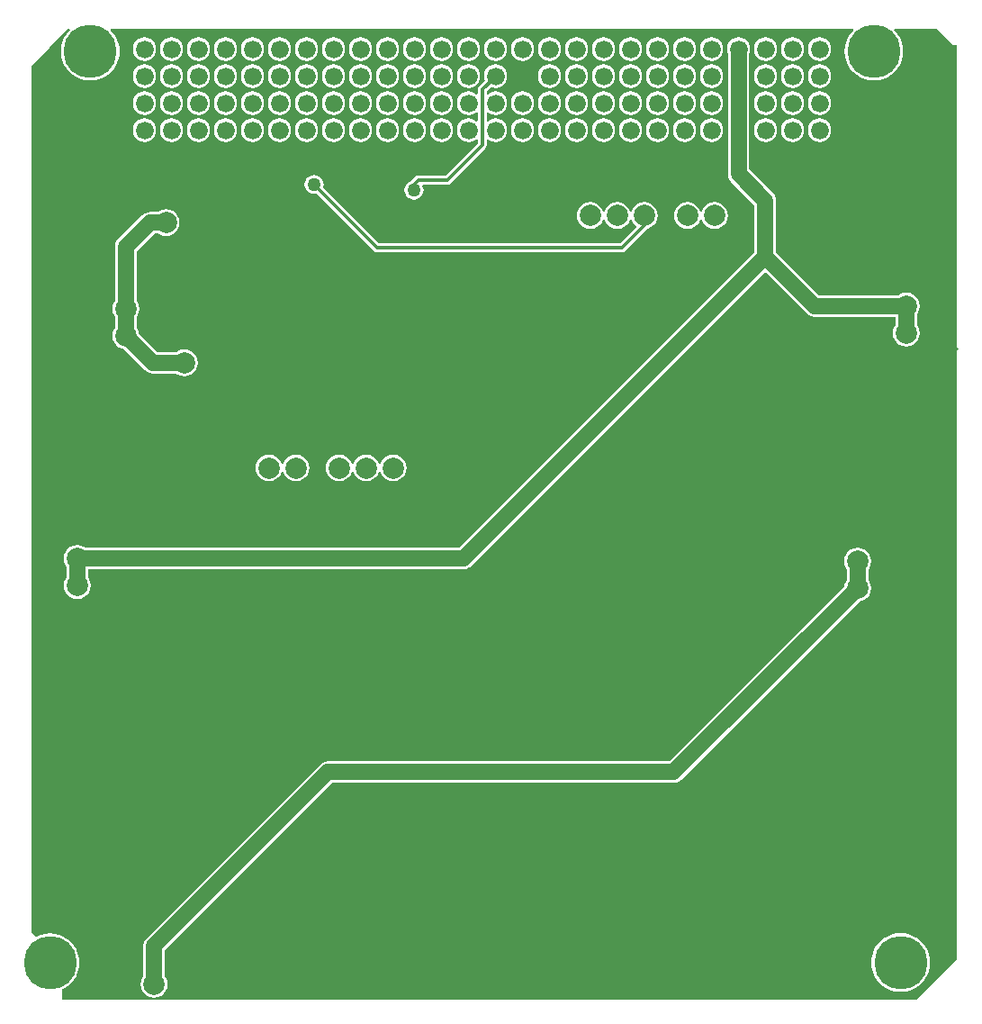
<source format=gbl>
G04 Layer_Physical_Order=2*
G04 Layer_Color=16711680*
%FSLAX42Y42*%
%MOMM*%
G71*
G01*
G75*
%ADD12C,1.50*%
%ADD13C,0.33*%
%ADD16C,2.00*%
%ADD17C,1.68*%
%ADD18C,1.27*%
%ADD19C,5.00*%
G36*
X8849Y9172D02*
X8887D01*
Y6335D01*
X8898Y6325D01*
X8882Y6309D01*
Y577D01*
X8875D01*
X8499Y201D01*
X470D01*
Y298D01*
X478Y302D01*
X515Y324D01*
X548Y353D01*
X576Y386D01*
X599Y422D01*
X615Y463D01*
X625Y505D01*
X629Y548D01*
X625Y591D01*
X615Y633D01*
X599Y673D01*
X576Y710D01*
X548Y743D01*
X515Y771D01*
X478Y794D01*
X438Y811D01*
X396Y821D01*
X353Y824D01*
X309Y821D01*
X267Y811D01*
X227Y794D01*
X224Y792D01*
X180Y836D01*
Y8969D01*
X516Y9329D01*
X538D01*
X542Y9318D01*
X537Y9313D01*
X509Y9280D01*
X486Y9243D01*
X470Y9203D01*
X460Y9161D01*
X456Y9118D01*
X460Y9075D01*
X470Y9033D01*
X486Y8992D01*
X509Y8956D01*
X537Y8923D01*
X570Y8894D01*
X607Y8872D01*
X647Y8855D01*
X689Y8845D01*
X733Y8842D01*
X776Y8845D01*
X818Y8855D01*
X858Y8872D01*
X895Y8894D01*
X928Y8923D01*
X956Y8956D01*
X979Y8992D01*
X995Y9033D01*
X1005Y9075D01*
X1009Y9118D01*
X1005Y9161D01*
X995Y9203D01*
X979Y9243D01*
X956Y9280D01*
X928Y9313D01*
X923Y9318D01*
X927Y9329D01*
X7908D01*
X7912Y9318D01*
X7907Y9313D01*
X7879Y9280D01*
X7856Y9243D01*
X7840Y9203D01*
X7830Y9161D01*
X7826Y9118D01*
X7830Y9075D01*
X7840Y9033D01*
X7856Y8992D01*
X7879Y8956D01*
X7907Y8923D01*
X7940Y8894D01*
X7977Y8872D01*
X8017Y8855D01*
X8059Y8845D01*
X8103Y8842D01*
X8146Y8845D01*
X8188Y8855D01*
X8228Y8872D01*
X8265Y8894D01*
X8298Y8923D01*
X8326Y8956D01*
X8349Y8992D01*
X8365Y9033D01*
X8375Y9075D01*
X8379Y9118D01*
X8375Y9161D01*
X8365Y9203D01*
X8349Y9243D01*
X8326Y9280D01*
X8298Y9313D01*
X8293Y9318D01*
X8297Y9329D01*
X8692D01*
X8849Y9172D01*
D02*
G37*
%LPC*%
G36*
X2004Y8739D02*
X1976Y8735D01*
X1949Y8724D01*
X1926Y8706D01*
X1909Y8683D01*
X1898Y8657D01*
X1894Y8628D01*
X1898Y8600D01*
X1909Y8573D01*
X1926Y8551D01*
X1949Y8533D01*
X1976Y8522D01*
X2004Y8518D01*
X2033Y8522D01*
X2059Y8533D01*
X2082Y8551D01*
X2099Y8573D01*
X2110Y8600D01*
X2114Y8628D01*
X2110Y8657D01*
X2099Y8683D01*
X2082Y8706D01*
X2059Y8724D01*
X2033Y8735D01*
X2004Y8739D01*
D02*
G37*
G36*
X1750D02*
X1722Y8735D01*
X1695Y8724D01*
X1672Y8706D01*
X1655Y8683D01*
X1644Y8657D01*
X1640Y8628D01*
X1644Y8600D01*
X1655Y8573D01*
X1672Y8551D01*
X1695Y8533D01*
X1722Y8522D01*
X1750Y8518D01*
X1779Y8522D01*
X1805Y8533D01*
X1828Y8551D01*
X1845Y8573D01*
X1856Y8600D01*
X1860Y8628D01*
X1856Y8657D01*
X1845Y8683D01*
X1828Y8706D01*
X1805Y8724D01*
X1779Y8735D01*
X1750Y8739D01*
D02*
G37*
G36*
X1496D02*
X1468Y8735D01*
X1441Y8724D01*
X1418Y8706D01*
X1401Y8683D01*
X1390Y8657D01*
X1386Y8628D01*
X1390Y8600D01*
X1401Y8573D01*
X1418Y8551D01*
X1441Y8533D01*
X1468Y8522D01*
X1496Y8518D01*
X1525Y8522D01*
X1551Y8533D01*
X1574Y8551D01*
X1591Y8573D01*
X1602Y8600D01*
X1606Y8628D01*
X1602Y8657D01*
X1591Y8683D01*
X1574Y8706D01*
X1551Y8724D01*
X1525Y8735D01*
X1496Y8739D01*
D02*
G37*
G36*
X2766D02*
X2738Y8735D01*
X2711Y8724D01*
X2688Y8706D01*
X2671Y8683D01*
X2660Y8657D01*
X2656Y8628D01*
X2660Y8600D01*
X2671Y8573D01*
X2688Y8551D01*
X2711Y8533D01*
X2738Y8522D01*
X2766Y8518D01*
X2795Y8522D01*
X2821Y8533D01*
X2844Y8551D01*
X2861Y8573D01*
X2872Y8600D01*
X2876Y8628D01*
X2872Y8657D01*
X2861Y8683D01*
X2844Y8706D01*
X2821Y8724D01*
X2795Y8735D01*
X2766Y8739D01*
D02*
G37*
G36*
X2512D02*
X2484Y8735D01*
X2457Y8724D01*
X2434Y8706D01*
X2417Y8683D01*
X2406Y8657D01*
X2402Y8628D01*
X2406Y8600D01*
X2417Y8573D01*
X2434Y8551D01*
X2457Y8533D01*
X2484Y8522D01*
X2512Y8518D01*
X2541Y8522D01*
X2567Y8533D01*
X2590Y8551D01*
X2607Y8573D01*
X2618Y8600D01*
X2622Y8628D01*
X2618Y8657D01*
X2607Y8683D01*
X2590Y8706D01*
X2567Y8724D01*
X2541Y8735D01*
X2512Y8739D01*
D02*
G37*
G36*
X2258D02*
X2230Y8735D01*
X2203Y8724D01*
X2180Y8706D01*
X2163Y8683D01*
X2152Y8657D01*
X2148Y8628D01*
X2152Y8600D01*
X2163Y8573D01*
X2180Y8551D01*
X2203Y8533D01*
X2230Y8522D01*
X2258Y8518D01*
X2287Y8522D01*
X2313Y8533D01*
X2336Y8551D01*
X2353Y8573D01*
X2364Y8600D01*
X2368Y8628D01*
X2364Y8657D01*
X2353Y8683D01*
X2336Y8706D01*
X2313Y8724D01*
X2287Y8735D01*
X2258Y8739D01*
D02*
G37*
G36*
X7084Y8485D02*
X7056Y8481D01*
X7029Y8470D01*
X7006Y8452D01*
X6989Y8429D01*
X6978Y8403D01*
X6974Y8374D01*
X6978Y8346D01*
X6989Y8319D01*
X7006Y8297D01*
X7029Y8279D01*
X7056Y8268D01*
X7084Y8264D01*
X7113Y8268D01*
X7139Y8279D01*
X7162Y8297D01*
X7179Y8319D01*
X7190Y8346D01*
X7194Y8374D01*
X7190Y8403D01*
X7179Y8429D01*
X7162Y8452D01*
X7139Y8470D01*
X7113Y8481D01*
X7084Y8485D01*
D02*
G37*
G36*
X6576D02*
X6548Y8481D01*
X6521Y8470D01*
X6498Y8452D01*
X6481Y8429D01*
X6470Y8403D01*
X6466Y8374D01*
X6470Y8346D01*
X6481Y8319D01*
X6498Y8297D01*
X6521Y8279D01*
X6548Y8268D01*
X6576Y8264D01*
X6605Y8268D01*
X6631Y8279D01*
X6654Y8297D01*
X6671Y8319D01*
X6682Y8346D01*
X6686Y8374D01*
X6682Y8403D01*
X6671Y8429D01*
X6654Y8452D01*
X6631Y8470D01*
X6605Y8481D01*
X6576Y8485D01*
D02*
G37*
G36*
X6322D02*
X6294Y8481D01*
X6267Y8470D01*
X6244Y8452D01*
X6227Y8429D01*
X6216Y8403D01*
X6212Y8374D01*
X6216Y8346D01*
X6227Y8319D01*
X6244Y8297D01*
X6267Y8279D01*
X6294Y8268D01*
X6322Y8264D01*
X6351Y8268D01*
X6377Y8279D01*
X6400Y8297D01*
X6417Y8319D01*
X6428Y8346D01*
X6432Y8374D01*
X6428Y8403D01*
X6417Y8429D01*
X6400Y8452D01*
X6377Y8470D01*
X6351Y8481D01*
X6322Y8485D01*
D02*
G37*
G36*
X1242Y8739D02*
X1214Y8735D01*
X1187Y8724D01*
X1164Y8706D01*
X1147Y8683D01*
X1136Y8657D01*
X1132Y8628D01*
X1136Y8600D01*
X1147Y8573D01*
X1164Y8551D01*
X1187Y8533D01*
X1214Y8522D01*
X1242Y8518D01*
X1271Y8522D01*
X1297Y8533D01*
X1320Y8551D01*
X1337Y8573D01*
X1348Y8600D01*
X1352Y8628D01*
X1348Y8657D01*
X1337Y8683D01*
X1320Y8706D01*
X1297Y8724D01*
X1271Y8735D01*
X1242Y8739D01*
D02*
G37*
G36*
X7592Y8485D02*
X7564Y8481D01*
X7537Y8470D01*
X7514Y8452D01*
X7497Y8429D01*
X7486Y8403D01*
X7482Y8374D01*
X7486Y8346D01*
X7497Y8319D01*
X7514Y8297D01*
X7537Y8279D01*
X7564Y8268D01*
X7592Y8264D01*
X7621Y8268D01*
X7647Y8279D01*
X7670Y8297D01*
X7687Y8319D01*
X7698Y8346D01*
X7702Y8374D01*
X7698Y8403D01*
X7687Y8429D01*
X7670Y8452D01*
X7647Y8470D01*
X7621Y8481D01*
X7592Y8485D01*
D02*
G37*
G36*
X7338D02*
X7310Y8481D01*
X7283Y8470D01*
X7260Y8452D01*
X7243Y8429D01*
X7232Y8403D01*
X7228Y8374D01*
X7232Y8346D01*
X7243Y8319D01*
X7260Y8297D01*
X7283Y8279D01*
X7310Y8268D01*
X7338Y8264D01*
X7367Y8268D01*
X7393Y8279D01*
X7416Y8297D01*
X7433Y8319D01*
X7444Y8346D01*
X7448Y8374D01*
X7444Y8403D01*
X7433Y8429D01*
X7416Y8452D01*
X7393Y8470D01*
X7367Y8481D01*
X7338Y8485D01*
D02*
G37*
G36*
X3020Y8739D02*
X2992Y8735D01*
X2965Y8724D01*
X2942Y8706D01*
X2925Y8683D01*
X2914Y8657D01*
X2910Y8628D01*
X2914Y8600D01*
X2925Y8573D01*
X2942Y8551D01*
X2965Y8533D01*
X2992Y8522D01*
X3020Y8518D01*
X3049Y8522D01*
X3075Y8533D01*
X3098Y8551D01*
X3115Y8573D01*
X3126Y8600D01*
X3130Y8628D01*
X3126Y8657D01*
X3115Y8683D01*
X3098Y8706D01*
X3075Y8724D01*
X3049Y8735D01*
X3020Y8739D01*
D02*
G37*
G36*
X5814D02*
X5786Y8735D01*
X5759Y8724D01*
X5736Y8706D01*
X5719Y8683D01*
X5708Y8657D01*
X5704Y8628D01*
X5708Y8600D01*
X5719Y8573D01*
X5736Y8551D01*
X5759Y8533D01*
X5786Y8522D01*
X5814Y8518D01*
X5843Y8522D01*
X5869Y8533D01*
X5892Y8551D01*
X5909Y8573D01*
X5920Y8600D01*
X5924Y8628D01*
X5920Y8657D01*
X5909Y8683D01*
X5892Y8706D01*
X5869Y8724D01*
X5843Y8735D01*
X5814Y8739D01*
D02*
G37*
G36*
X5560D02*
X5532Y8735D01*
X5505Y8724D01*
X5482Y8706D01*
X5465Y8683D01*
X5454Y8657D01*
X5450Y8628D01*
X5454Y8600D01*
X5465Y8573D01*
X5482Y8551D01*
X5505Y8533D01*
X5532Y8522D01*
X5560Y8518D01*
X5589Y8522D01*
X5615Y8533D01*
X5638Y8551D01*
X5655Y8573D01*
X5666Y8600D01*
X5670Y8628D01*
X5666Y8657D01*
X5655Y8683D01*
X5638Y8706D01*
X5615Y8724D01*
X5589Y8735D01*
X5560Y8739D01*
D02*
G37*
G36*
X5306D02*
X5278Y8735D01*
X5251Y8724D01*
X5228Y8706D01*
X5211Y8683D01*
X5200Y8657D01*
X5196Y8628D01*
X5200Y8600D01*
X5211Y8573D01*
X5228Y8551D01*
X5251Y8533D01*
X5278Y8522D01*
X5306Y8518D01*
X5335Y8522D01*
X5361Y8533D01*
X5384Y8551D01*
X5401Y8573D01*
X5412Y8600D01*
X5416Y8628D01*
X5412Y8657D01*
X5401Y8683D01*
X5384Y8706D01*
X5361Y8724D01*
X5335Y8735D01*
X5306Y8739D01*
D02*
G37*
G36*
X6576D02*
X6548Y8735D01*
X6521Y8724D01*
X6498Y8706D01*
X6481Y8683D01*
X6470Y8657D01*
X6466Y8628D01*
X6470Y8600D01*
X6481Y8573D01*
X6498Y8551D01*
X6521Y8533D01*
X6548Y8522D01*
X6576Y8518D01*
X6605Y8522D01*
X6631Y8533D01*
X6654Y8551D01*
X6671Y8573D01*
X6682Y8600D01*
X6686Y8628D01*
X6682Y8657D01*
X6671Y8683D01*
X6654Y8706D01*
X6631Y8724D01*
X6605Y8735D01*
X6576Y8739D01*
D02*
G37*
G36*
X6322D02*
X6294Y8735D01*
X6267Y8724D01*
X6244Y8706D01*
X6227Y8683D01*
X6216Y8657D01*
X6212Y8628D01*
X6216Y8600D01*
X6227Y8573D01*
X6244Y8551D01*
X6267Y8533D01*
X6294Y8522D01*
X6322Y8518D01*
X6351Y8522D01*
X6377Y8533D01*
X6400Y8551D01*
X6417Y8573D01*
X6428Y8600D01*
X6432Y8628D01*
X6428Y8657D01*
X6417Y8683D01*
X6400Y8706D01*
X6377Y8724D01*
X6351Y8735D01*
X6322Y8739D01*
D02*
G37*
G36*
X6068D02*
X6040Y8735D01*
X6013Y8724D01*
X5990Y8706D01*
X5973Y8683D01*
X5962Y8657D01*
X5958Y8628D01*
X5962Y8600D01*
X5973Y8573D01*
X5990Y8551D01*
X6013Y8533D01*
X6040Y8522D01*
X6068Y8518D01*
X6097Y8522D01*
X6123Y8533D01*
X6146Y8551D01*
X6163Y8573D01*
X6174Y8600D01*
X6178Y8628D01*
X6174Y8657D01*
X6163Y8683D01*
X6146Y8706D01*
X6123Y8724D01*
X6097Y8735D01*
X6068Y8739D01*
D02*
G37*
G36*
X3782D02*
X3754Y8735D01*
X3727Y8724D01*
X3704Y8706D01*
X3687Y8683D01*
X3676Y8657D01*
X3672Y8628D01*
X3676Y8600D01*
X3687Y8573D01*
X3704Y8551D01*
X3727Y8533D01*
X3754Y8522D01*
X3782Y8518D01*
X3811Y8522D01*
X3837Y8533D01*
X3860Y8551D01*
X3877Y8573D01*
X3888Y8600D01*
X3892Y8628D01*
X3888Y8657D01*
X3877Y8683D01*
X3860Y8706D01*
X3837Y8724D01*
X3811Y8735D01*
X3782Y8739D01*
D02*
G37*
G36*
X3528D02*
X3500Y8735D01*
X3473Y8724D01*
X3450Y8706D01*
X3433Y8683D01*
X3422Y8657D01*
X3418Y8628D01*
X3422Y8600D01*
X3433Y8573D01*
X3450Y8551D01*
X3473Y8533D01*
X3500Y8522D01*
X3528Y8518D01*
X3557Y8522D01*
X3583Y8533D01*
X3606Y8551D01*
X3623Y8573D01*
X3634Y8600D01*
X3638Y8628D01*
X3634Y8657D01*
X3623Y8683D01*
X3606Y8706D01*
X3583Y8724D01*
X3557Y8735D01*
X3528Y8739D01*
D02*
G37*
G36*
X3274D02*
X3246Y8735D01*
X3219Y8724D01*
X3196Y8706D01*
X3179Y8683D01*
X3168Y8657D01*
X3164Y8628D01*
X3168Y8600D01*
X3179Y8573D01*
X3196Y8551D01*
X3219Y8533D01*
X3246Y8522D01*
X3274Y8518D01*
X3303Y8522D01*
X3329Y8533D01*
X3352Y8551D01*
X3369Y8573D01*
X3380Y8600D01*
X3384Y8628D01*
X3380Y8657D01*
X3369Y8683D01*
X3352Y8706D01*
X3329Y8724D01*
X3303Y8735D01*
X3274Y8739D01*
D02*
G37*
G36*
X5052D02*
X5024Y8735D01*
X4997Y8724D01*
X4974Y8706D01*
X4957Y8683D01*
X4946Y8657D01*
X4942Y8628D01*
X4946Y8600D01*
X4957Y8573D01*
X4974Y8551D01*
X4997Y8533D01*
X5024Y8522D01*
X5052Y8518D01*
X5081Y8522D01*
X5107Y8533D01*
X5130Y8551D01*
X5147Y8573D01*
X5158Y8600D01*
X5162Y8628D01*
X5158Y8657D01*
X5147Y8683D01*
X5130Y8706D01*
X5107Y8724D01*
X5081Y8735D01*
X5052Y8739D01*
D02*
G37*
G36*
X4798D02*
X4770Y8735D01*
X4743Y8724D01*
X4720Y8706D01*
X4703Y8683D01*
X4692Y8657D01*
X4688Y8628D01*
X4692Y8600D01*
X4703Y8573D01*
X4720Y8551D01*
X4743Y8533D01*
X4770Y8522D01*
X4798Y8518D01*
X4827Y8522D01*
X4853Y8533D01*
X4876Y8551D01*
X4893Y8573D01*
X4904Y8600D01*
X4908Y8628D01*
X4904Y8657D01*
X4893Y8683D01*
X4876Y8706D01*
X4853Y8724D01*
X4827Y8735D01*
X4798Y8739D01*
D02*
G37*
G36*
X4036D02*
X4008Y8735D01*
X3981Y8724D01*
X3958Y8706D01*
X3941Y8683D01*
X3930Y8657D01*
X3926Y8628D01*
X3930Y8600D01*
X3941Y8573D01*
X3958Y8551D01*
X3981Y8533D01*
X4008Y8522D01*
X4036Y8518D01*
X4065Y8522D01*
X4091Y8533D01*
X4114Y8551D01*
X4131Y8573D01*
X4142Y8600D01*
X4146Y8628D01*
X4142Y8657D01*
X4131Y8683D01*
X4114Y8706D01*
X4091Y8724D01*
X4065Y8735D01*
X4036Y8739D01*
D02*
G37*
G36*
X6068Y8485D02*
X6040Y8481D01*
X6013Y8470D01*
X5990Y8452D01*
X5973Y8429D01*
X5962Y8403D01*
X5958Y8374D01*
X5962Y8346D01*
X5973Y8319D01*
X5990Y8297D01*
X6013Y8279D01*
X6040Y8268D01*
X6068Y8264D01*
X6097Y8268D01*
X6123Y8279D01*
X6146Y8297D01*
X6163Y8319D01*
X6174Y8346D01*
X6178Y8374D01*
X6174Y8403D01*
X6163Y8429D01*
X6146Y8452D01*
X6123Y8470D01*
X6097Y8481D01*
X6068Y8485D01*
D02*
G37*
G36*
X1496D02*
X1468Y8481D01*
X1441Y8470D01*
X1418Y8452D01*
X1401Y8429D01*
X1390Y8403D01*
X1386Y8374D01*
X1390Y8346D01*
X1401Y8319D01*
X1418Y8297D01*
X1441Y8279D01*
X1468Y8268D01*
X1496Y8264D01*
X1525Y8268D01*
X1551Y8279D01*
X1574Y8297D01*
X1591Y8319D01*
X1602Y8346D01*
X1606Y8374D01*
X1602Y8403D01*
X1591Y8429D01*
X1574Y8452D01*
X1551Y8470D01*
X1525Y8481D01*
X1496Y8485D01*
D02*
G37*
G36*
X1242D02*
X1214Y8481D01*
X1187Y8470D01*
X1164Y8452D01*
X1147Y8429D01*
X1136Y8403D01*
X1132Y8374D01*
X1136Y8346D01*
X1147Y8319D01*
X1164Y8297D01*
X1187Y8279D01*
X1214Y8268D01*
X1242Y8264D01*
X1271Y8268D01*
X1297Y8279D01*
X1320Y8297D01*
X1337Y8319D01*
X1348Y8346D01*
X1352Y8374D01*
X1348Y8403D01*
X1337Y8429D01*
X1320Y8452D01*
X1297Y8470D01*
X1271Y8481D01*
X1242Y8485D01*
D02*
G37*
G36*
X6604Y7698D02*
X6571Y7694D01*
X6541Y7681D01*
X6515Y7661D01*
X6494Y7635D01*
X6484Y7609D01*
X6470D01*
X6460Y7635D01*
X6439Y7661D01*
X6413Y7681D01*
X6383Y7694D01*
X6350Y7698D01*
X6317Y7694D01*
X6287Y7681D01*
X6261Y7661D01*
X6240Y7635D01*
X6228Y7604D01*
X6224Y7572D01*
X6228Y7539D01*
X6240Y7508D01*
X6261Y7482D01*
X6287Y7462D01*
X6317Y7450D01*
X6350Y7445D01*
X6383Y7450D01*
X6413Y7462D01*
X6439Y7482D01*
X6460Y7508D01*
X6470Y7534D01*
X6484D01*
X6494Y7508D01*
X6515Y7482D01*
X6541Y7462D01*
X6571Y7450D01*
X6604Y7445D01*
X6637Y7450D01*
X6667Y7462D01*
X6693Y7482D01*
X6714Y7508D01*
X6726Y7539D01*
X6730Y7572D01*
X6726Y7604D01*
X6714Y7635D01*
X6693Y7661D01*
X6667Y7681D01*
X6637Y7694D01*
X6604Y7698D01*
D02*
G37*
G36*
X2258Y8485D02*
X2230Y8481D01*
X2203Y8470D01*
X2180Y8452D01*
X2163Y8429D01*
X2152Y8403D01*
X2148Y8374D01*
X2152Y8346D01*
X2163Y8319D01*
X2180Y8297D01*
X2203Y8279D01*
X2230Y8268D01*
X2258Y8264D01*
X2287Y8268D01*
X2313Y8279D01*
X2336Y8297D01*
X2353Y8319D01*
X2364Y8346D01*
X2368Y8374D01*
X2364Y8403D01*
X2353Y8429D01*
X2336Y8452D01*
X2313Y8470D01*
X2287Y8481D01*
X2258Y8485D01*
D02*
G37*
G36*
X2004D02*
X1976Y8481D01*
X1949Y8470D01*
X1926Y8452D01*
X1909Y8429D01*
X1898Y8403D01*
X1894Y8374D01*
X1898Y8346D01*
X1909Y8319D01*
X1926Y8297D01*
X1949Y8279D01*
X1976Y8268D01*
X2004Y8264D01*
X2033Y8268D01*
X2059Y8279D01*
X2082Y8297D01*
X2099Y8319D01*
X2110Y8346D01*
X2114Y8374D01*
X2110Y8403D01*
X2099Y8429D01*
X2082Y8452D01*
X2059Y8470D01*
X2033Y8481D01*
X2004Y8485D01*
D02*
G37*
G36*
X1750D02*
X1722Y8481D01*
X1695Y8470D01*
X1672Y8452D01*
X1655Y8429D01*
X1644Y8403D01*
X1640Y8374D01*
X1644Y8346D01*
X1655Y8319D01*
X1672Y8297D01*
X1695Y8279D01*
X1722Y8268D01*
X1750Y8264D01*
X1779Y8268D01*
X1805Y8279D01*
X1828Y8297D01*
X1845Y8319D01*
X1856Y8346D01*
X1860Y8374D01*
X1856Y8403D01*
X1845Y8429D01*
X1828Y8452D01*
X1805Y8470D01*
X1779Y8481D01*
X1750Y8485D01*
D02*
G37*
G36*
X3581Y5326D02*
X3549Y5322D01*
X3518Y5309D01*
X3492Y5289D01*
X3472Y5263D01*
X3461Y5237D01*
X3448D01*
X3437Y5263D01*
X3417Y5289D01*
X3391Y5309D01*
X3360Y5322D01*
X3327Y5326D01*
X3295Y5322D01*
X3264Y5309D01*
X3238Y5289D01*
X3218Y5263D01*
X3207Y5237D01*
X3194D01*
X3183Y5263D01*
X3163Y5289D01*
X3137Y5309D01*
X3106Y5322D01*
X3073Y5326D01*
X3041Y5322D01*
X3010Y5309D01*
X2984Y5289D01*
X2964Y5263D01*
X2951Y5232D01*
X2947Y5199D01*
X2951Y5167D01*
X2964Y5136D01*
X2984Y5110D01*
X3010Y5090D01*
X3041Y5077D01*
X3073Y5073D01*
X3106Y5077D01*
X3137Y5090D01*
X3163Y5110D01*
X3183Y5136D01*
X3194Y5162D01*
X3207D01*
X3218Y5136D01*
X3238Y5110D01*
X3264Y5090D01*
X3295Y5077D01*
X3327Y5073D01*
X3360Y5077D01*
X3391Y5090D01*
X3417Y5110D01*
X3437Y5136D01*
X3448Y5162D01*
X3461D01*
X3472Y5136D01*
X3492Y5110D01*
X3518Y5090D01*
X3549Y5077D01*
X3581Y5073D01*
X3614Y5077D01*
X3645Y5090D01*
X3671Y5110D01*
X3691Y5136D01*
X3704Y5167D01*
X3708Y5199D01*
X3704Y5232D01*
X3691Y5263D01*
X3671Y5289D01*
X3645Y5309D01*
X3614Y5322D01*
X3581Y5326D01*
D02*
G37*
G36*
X2667D02*
X2634Y5322D01*
X2604Y5309D01*
X2578Y5289D01*
X2557Y5263D01*
X2547Y5237D01*
X2533D01*
X2523Y5263D01*
X2502Y5289D01*
X2476Y5309D01*
X2446Y5322D01*
X2413Y5326D01*
X2380Y5322D01*
X2350Y5309D01*
X2324Y5289D01*
X2303Y5263D01*
X2291Y5232D01*
X2287Y5199D01*
X2291Y5167D01*
X2303Y5136D01*
X2324Y5110D01*
X2350Y5090D01*
X2380Y5077D01*
X2413Y5073D01*
X2446Y5077D01*
X2476Y5090D01*
X2502Y5110D01*
X2523Y5136D01*
X2533Y5162D01*
X2547D01*
X2557Y5136D01*
X2578Y5110D01*
X2604Y5090D01*
X2634Y5077D01*
X2667Y5073D01*
X2700Y5077D01*
X2730Y5090D01*
X2756Y5110D01*
X2777Y5136D01*
X2789Y5167D01*
X2793Y5199D01*
X2789Y5232D01*
X2777Y5263D01*
X2756Y5289D01*
X2730Y5309D01*
X2700Y5322D01*
X2667Y5326D01*
D02*
G37*
G36*
X7950Y4450D02*
X7917Y4445D01*
X7887Y4433D01*
X7861Y4413D01*
X7841Y4386D01*
X7828Y4356D01*
X7824Y4323D01*
X7828Y4290D01*
X7841Y4260D01*
X7849Y4249D01*
Y4143D01*
X7841Y4132D01*
X7828Y4102D01*
X7826Y4088D01*
X6179Y2441D01*
X2964D01*
X2964Y2441D01*
X2938Y2437D01*
X2914Y2427D01*
X2893Y2411D01*
X1262Y780D01*
X1246Y759D01*
X1236Y735D01*
X1232Y709D01*
X1232Y709D01*
Y419D01*
X1224Y409D01*
X1211Y378D01*
X1207Y345D01*
X1211Y313D01*
X1224Y282D01*
X1244Y256D01*
X1270Y236D01*
X1301Y223D01*
X1334Y219D01*
X1366Y223D01*
X1397Y236D01*
X1423Y256D01*
X1443Y282D01*
X1456Y313D01*
X1460Y345D01*
X1456Y378D01*
X1443Y409D01*
X1435Y419D01*
Y667D01*
X3006Y2238D01*
X6220D01*
X6220Y2238D01*
X6247Y2242D01*
X6271Y2252D01*
X6292Y2268D01*
X7969Y3945D01*
X7983Y3947D01*
X8013Y3960D01*
X8040Y3980D01*
X8060Y4006D01*
X8072Y4036D01*
X8077Y4069D01*
X8072Y4102D01*
X8060Y4132D01*
X8051Y4143D01*
Y4249D01*
X8060Y4260D01*
X8072Y4290D01*
X8077Y4323D01*
X8072Y4356D01*
X8060Y4386D01*
X8040Y4413D01*
X8013Y4433D01*
X7983Y4445D01*
X7950Y4450D01*
D02*
G37*
G36*
X1446Y7633D02*
X1413Y7629D01*
X1382Y7616D01*
X1372Y7608D01*
X1294D01*
X1294Y7608D01*
X1268Y7604D01*
X1243Y7594D01*
X1222Y7578D01*
X995Y7351D01*
X979Y7330D01*
X969Y7306D01*
X966Y7280D01*
X966Y7280D01*
Y6769D01*
X957Y6759D01*
X945Y6728D01*
X940Y6695D01*
X945Y6663D01*
X957Y6632D01*
X966Y6621D01*
Y6515D01*
X957Y6505D01*
X945Y6474D01*
X940Y6441D01*
X945Y6409D01*
X957Y6378D01*
X977Y6352D01*
X1004Y6332D01*
X1034Y6319D01*
X1048Y6317D01*
X1249Y6116D01*
X1249Y6116D01*
X1270Y6100D01*
X1295Y6090D01*
X1321Y6086D01*
X1321Y6086D01*
X1541D01*
X1552Y6078D01*
X1583Y6065D01*
X1615Y6061D01*
X1648Y6065D01*
X1679Y6078D01*
X1705Y6098D01*
X1725Y6124D01*
X1738Y6155D01*
X1742Y6187D01*
X1738Y6220D01*
X1725Y6251D01*
X1705Y6277D01*
X1679Y6297D01*
X1648Y6310D01*
X1615Y6314D01*
X1583Y6310D01*
X1552Y6297D01*
X1541Y6289D01*
X1363D01*
X1191Y6461D01*
X1189Y6474D01*
X1176Y6505D01*
X1168Y6515D01*
Y6621D01*
X1176Y6632D01*
X1189Y6663D01*
X1193Y6695D01*
X1189Y6728D01*
X1176Y6759D01*
X1168Y6769D01*
Y7238D01*
X1336Y7405D01*
X1372D01*
X1382Y7397D01*
X1413Y7384D01*
X1446Y7380D01*
X1478Y7384D01*
X1509Y7397D01*
X1535Y7417D01*
X1555Y7443D01*
X1568Y7474D01*
X1572Y7507D01*
X1568Y7539D01*
X1555Y7570D01*
X1535Y7596D01*
X1509Y7616D01*
X1478Y7629D01*
X1446Y7633D01*
D02*
G37*
G36*
X2837Y7954D02*
X2814Y7950D01*
X2792Y7941D01*
X2774Y7927D01*
X2760Y7909D01*
X2751Y7887D01*
X2748Y7864D01*
X2751Y7841D01*
X2760Y7819D01*
X2774Y7800D01*
X2792Y7786D01*
X2814Y7777D01*
X2837Y7774D01*
X2860Y7777D01*
X2862Y7778D01*
X3401Y7239D01*
X3415Y7230D01*
X3432Y7227D01*
X3432Y7227D01*
X5735D01*
X5752Y7230D01*
X5766Y7239D01*
X5974Y7448D01*
X5975Y7449D01*
X5976Y7450D01*
X6007Y7462D01*
X6033Y7482D01*
X6053Y7508D01*
X6066Y7539D01*
X6070Y7572D01*
X6066Y7604D01*
X6053Y7635D01*
X6033Y7661D01*
X6007Y7681D01*
X5976Y7694D01*
X5944Y7698D01*
X5911Y7694D01*
X5880Y7681D01*
X5854Y7661D01*
X5834Y7635D01*
X5823Y7609D01*
X5810D01*
X5799Y7635D01*
X5779Y7661D01*
X5753Y7681D01*
X5722Y7694D01*
X5690Y7698D01*
X5657Y7694D01*
X5626Y7681D01*
X5600Y7661D01*
X5580Y7635D01*
X5569Y7609D01*
X5556D01*
X5545Y7635D01*
X5525Y7661D01*
X5499Y7681D01*
X5468Y7694D01*
X5436Y7698D01*
X5403Y7694D01*
X5372Y7681D01*
X5346Y7661D01*
X5326Y7635D01*
X5313Y7604D01*
X5309Y7572D01*
X5313Y7539D01*
X5326Y7508D01*
X5346Y7482D01*
X5372Y7462D01*
X5403Y7450D01*
X5436Y7445D01*
X5468Y7450D01*
X5499Y7462D01*
X5525Y7482D01*
X5545Y7508D01*
X5556Y7534D01*
X5569D01*
X5580Y7508D01*
X5600Y7482D01*
X5626Y7462D01*
X5657Y7450D01*
X5690Y7445D01*
X5722Y7450D01*
X5753Y7462D01*
X5779Y7482D01*
X5799Y7508D01*
X5810Y7534D01*
X5823D01*
X5834Y7508D01*
X5854Y7482D01*
X5866Y7474D01*
X5866Y7461D01*
X5718Y7312D01*
X3449D01*
X2923Y7839D01*
X2924Y7841D01*
X2927Y7864D01*
X2924Y7887D01*
X2915Y7909D01*
X2901Y7927D01*
X2882Y7941D01*
X2860Y7950D01*
X2837Y7954D01*
D02*
G37*
G36*
X6830Y9247D02*
X6802Y9243D01*
X6775Y9232D01*
X6752Y9214D01*
X6735Y9191D01*
X6724Y9165D01*
X6720Y9136D01*
X6724Y9108D01*
X6729Y9096D01*
Y7963D01*
X6729Y7963D01*
X6732Y7937D01*
X6742Y7912D01*
X6758Y7891D01*
X6980Y7669D01*
Y7228D01*
X4202Y4450D01*
X684D01*
X673Y4458D01*
X642Y4471D01*
X610Y4475D01*
X577Y4471D01*
X546Y4458D01*
X520Y4438D01*
X500Y4412D01*
X487Y4381D01*
X483Y4348D01*
X487Y4316D01*
X500Y4285D01*
X508Y4274D01*
Y4168D01*
X500Y4158D01*
X487Y4127D01*
X483Y4094D01*
X487Y4062D01*
X500Y4031D01*
X520Y4005D01*
X546Y3985D01*
X577Y3972D01*
X610Y3968D01*
X642Y3972D01*
X673Y3985D01*
X699Y4005D01*
X719Y4031D01*
X732Y4062D01*
X736Y4094D01*
X732Y4127D01*
X719Y4158D01*
X711Y4168D01*
Y4247D01*
X4244D01*
X4244Y4247D01*
X4271Y4251D01*
X4295Y4261D01*
X4316Y4277D01*
X7082Y7042D01*
X7475Y6649D01*
X7475Y6649D01*
X7496Y6633D01*
X7520Y6623D01*
X7546Y6620D01*
X7546Y6620D01*
X8306D01*
Y6541D01*
X8298Y6530D01*
X8285Y6500D01*
X8281Y6467D01*
X8285Y6434D01*
X8298Y6404D01*
X8318Y6377D01*
X8344Y6357D01*
X8375Y6345D01*
X8407Y6340D01*
X8440Y6345D01*
X8471Y6357D01*
X8497Y6377D01*
X8517Y6404D01*
X8530Y6434D01*
X8534Y6467D01*
X8530Y6500D01*
X8517Y6530D01*
X8509Y6541D01*
Y6647D01*
X8517Y6658D01*
X8530Y6688D01*
X8534Y6721D01*
X8530Y6754D01*
X8517Y6784D01*
X8497Y6810D01*
X8471Y6830D01*
X8440Y6843D01*
X8407Y6847D01*
X8375Y6843D01*
X8344Y6830D01*
X8333Y6822D01*
X7588D01*
X7183Y7228D01*
Y7711D01*
X7179Y7738D01*
X7169Y7762D01*
X7153Y7783D01*
X7153Y7783D01*
X6931Y8005D01*
Y9096D01*
X6936Y9108D01*
X6940Y9136D01*
X6936Y9165D01*
X6925Y9191D01*
X6908Y9214D01*
X6885Y9232D01*
X6859Y9243D01*
X6830Y9247D01*
D02*
G37*
G36*
X2512Y8485D02*
X2484Y8481D01*
X2457Y8470D01*
X2434Y8452D01*
X2417Y8429D01*
X2406Y8403D01*
X2402Y8374D01*
X2406Y8346D01*
X2417Y8319D01*
X2434Y8297D01*
X2457Y8279D01*
X2484Y8268D01*
X2512Y8264D01*
X2541Y8268D01*
X2567Y8279D01*
X2590Y8297D01*
X2607Y8319D01*
X2618Y8346D01*
X2622Y8374D01*
X2618Y8403D01*
X2607Y8429D01*
X2590Y8452D01*
X2567Y8470D01*
X2541Y8481D01*
X2512Y8485D01*
D02*
G37*
G36*
X5306D02*
X5278Y8481D01*
X5251Y8470D01*
X5228Y8452D01*
X5211Y8429D01*
X5200Y8403D01*
X5196Y8374D01*
X5200Y8346D01*
X5211Y8319D01*
X5228Y8297D01*
X5251Y8279D01*
X5278Y8268D01*
X5306Y8264D01*
X5335Y8268D01*
X5361Y8279D01*
X5384Y8297D01*
X5401Y8319D01*
X5412Y8346D01*
X5416Y8374D01*
X5412Y8403D01*
X5401Y8429D01*
X5384Y8452D01*
X5361Y8470D01*
X5335Y8481D01*
X5306Y8485D01*
D02*
G37*
G36*
X5052D02*
X5024Y8481D01*
X4997Y8470D01*
X4974Y8452D01*
X4957Y8429D01*
X4946Y8403D01*
X4942Y8374D01*
X4946Y8346D01*
X4957Y8319D01*
X4974Y8297D01*
X4997Y8279D01*
X5024Y8268D01*
X5052Y8264D01*
X5081Y8268D01*
X5107Y8279D01*
X5130Y8297D01*
X5147Y8319D01*
X5158Y8346D01*
X5162Y8374D01*
X5158Y8403D01*
X5147Y8429D01*
X5130Y8452D01*
X5107Y8470D01*
X5081Y8481D01*
X5052Y8485D01*
D02*
G37*
G36*
X4798D02*
X4770Y8481D01*
X4743Y8470D01*
X4720Y8452D01*
X4703Y8429D01*
X4692Y8403D01*
X4688Y8374D01*
X4692Y8346D01*
X4703Y8319D01*
X4720Y8297D01*
X4743Y8279D01*
X4770Y8268D01*
X4798Y8264D01*
X4827Y8268D01*
X4853Y8279D01*
X4876Y8297D01*
X4893Y8319D01*
X4904Y8346D01*
X4908Y8374D01*
X4904Y8403D01*
X4893Y8429D01*
X4876Y8452D01*
X4853Y8470D01*
X4827Y8481D01*
X4798Y8485D01*
D02*
G37*
G36*
X8355Y827D02*
X8311Y823D01*
X8269Y813D01*
X8229Y797D01*
X8192Y774D01*
X8159Y746D01*
X8131Y713D01*
X8108Y676D01*
X8092Y636D01*
X8082Y594D01*
X8078Y550D01*
X8082Y507D01*
X8092Y465D01*
X8108Y425D01*
X8131Y388D01*
X8159Y355D01*
X8192Y327D01*
X8229Y304D01*
X8269Y288D01*
X8311Y278D01*
X8355Y274D01*
X8398Y278D01*
X8440Y288D01*
X8480Y304D01*
X8517Y327D01*
X8550Y355D01*
X8578Y388D01*
X8601Y425D01*
X8617Y465D01*
X8627Y507D01*
X8631Y550D01*
X8627Y594D01*
X8617Y636D01*
X8601Y676D01*
X8578Y713D01*
X8550Y746D01*
X8517Y774D01*
X8480Y797D01*
X8440Y813D01*
X8398Y823D01*
X8355Y827D01*
D02*
G37*
G36*
X5814Y8485D02*
X5786Y8481D01*
X5759Y8470D01*
X5736Y8452D01*
X5719Y8429D01*
X5708Y8403D01*
X5704Y8374D01*
X5708Y8346D01*
X5719Y8319D01*
X5736Y8297D01*
X5759Y8279D01*
X5786Y8268D01*
X5814Y8264D01*
X5843Y8268D01*
X5869Y8279D01*
X5892Y8297D01*
X5909Y8319D01*
X5920Y8346D01*
X5924Y8374D01*
X5920Y8403D01*
X5909Y8429D01*
X5892Y8452D01*
X5869Y8470D01*
X5843Y8481D01*
X5814Y8485D01*
D02*
G37*
G36*
X5560D02*
X5532Y8481D01*
X5505Y8470D01*
X5482Y8452D01*
X5465Y8429D01*
X5454Y8403D01*
X5450Y8374D01*
X5454Y8346D01*
X5465Y8319D01*
X5482Y8297D01*
X5505Y8279D01*
X5532Y8268D01*
X5560Y8264D01*
X5589Y8268D01*
X5615Y8279D01*
X5638Y8297D01*
X5655Y8319D01*
X5666Y8346D01*
X5670Y8374D01*
X5666Y8403D01*
X5655Y8429D01*
X5638Y8452D01*
X5615Y8470D01*
X5589Y8481D01*
X5560Y8485D01*
D02*
G37*
G36*
X3274D02*
X3246Y8481D01*
X3219Y8470D01*
X3196Y8452D01*
X3179Y8429D01*
X3168Y8403D01*
X3164Y8374D01*
X3168Y8346D01*
X3179Y8319D01*
X3196Y8297D01*
X3219Y8279D01*
X3246Y8268D01*
X3274Y8264D01*
X3303Y8268D01*
X3329Y8279D01*
X3352Y8297D01*
X3369Y8319D01*
X3380Y8346D01*
X3384Y8374D01*
X3380Y8403D01*
X3369Y8429D01*
X3352Y8452D01*
X3329Y8470D01*
X3303Y8481D01*
X3274Y8485D01*
D02*
G37*
G36*
X3020D02*
X2992Y8481D01*
X2965Y8470D01*
X2942Y8452D01*
X2925Y8429D01*
X2914Y8403D01*
X2910Y8374D01*
X2914Y8346D01*
X2925Y8319D01*
X2942Y8297D01*
X2965Y8279D01*
X2992Y8268D01*
X3020Y8264D01*
X3049Y8268D01*
X3075Y8279D01*
X3098Y8297D01*
X3115Y8319D01*
X3126Y8346D01*
X3130Y8374D01*
X3126Y8403D01*
X3115Y8429D01*
X3098Y8452D01*
X3075Y8470D01*
X3049Y8481D01*
X3020Y8485D01*
D02*
G37*
G36*
X2766D02*
X2738Y8481D01*
X2711Y8470D01*
X2688Y8452D01*
X2671Y8429D01*
X2660Y8403D01*
X2656Y8374D01*
X2660Y8346D01*
X2671Y8319D01*
X2688Y8297D01*
X2711Y8279D01*
X2738Y8268D01*
X2766Y8264D01*
X2795Y8268D01*
X2821Y8279D01*
X2844Y8297D01*
X2861Y8319D01*
X2872Y8346D01*
X2876Y8374D01*
X2872Y8403D01*
X2861Y8429D01*
X2844Y8452D01*
X2821Y8470D01*
X2795Y8481D01*
X2766Y8485D01*
D02*
G37*
G36*
X4036D02*
X4008Y8481D01*
X3981Y8470D01*
X3958Y8452D01*
X3941Y8429D01*
X3930Y8403D01*
X3926Y8374D01*
X3930Y8346D01*
X3941Y8319D01*
X3958Y8297D01*
X3981Y8279D01*
X4008Y8268D01*
X4036Y8264D01*
X4065Y8268D01*
X4091Y8279D01*
X4114Y8297D01*
X4131Y8319D01*
X4142Y8346D01*
X4146Y8374D01*
X4142Y8403D01*
X4131Y8429D01*
X4114Y8452D01*
X4091Y8470D01*
X4065Y8481D01*
X4036Y8485D01*
D02*
G37*
G36*
X3782D02*
X3754Y8481D01*
X3727Y8470D01*
X3704Y8452D01*
X3687Y8429D01*
X3676Y8403D01*
X3672Y8374D01*
X3676Y8346D01*
X3687Y8319D01*
X3704Y8297D01*
X3727Y8279D01*
X3754Y8268D01*
X3782Y8264D01*
X3811Y8268D01*
X3837Y8279D01*
X3860Y8297D01*
X3877Y8319D01*
X3888Y8346D01*
X3892Y8374D01*
X3888Y8403D01*
X3877Y8429D01*
X3860Y8452D01*
X3837Y8470D01*
X3811Y8481D01*
X3782Y8485D01*
D02*
G37*
G36*
X3528D02*
X3500Y8481D01*
X3473Y8470D01*
X3450Y8452D01*
X3433Y8429D01*
X3422Y8403D01*
X3418Y8374D01*
X3422Y8346D01*
X3433Y8319D01*
X3450Y8297D01*
X3473Y8279D01*
X3500Y8268D01*
X3528Y8264D01*
X3557Y8268D01*
X3583Y8279D01*
X3606Y8297D01*
X3623Y8319D01*
X3634Y8346D01*
X3638Y8374D01*
X3634Y8403D01*
X3623Y8429D01*
X3606Y8452D01*
X3583Y8470D01*
X3557Y8481D01*
X3528Y8485D01*
D02*
G37*
G36*
X7084Y8739D02*
X7056Y8735D01*
X7029Y8724D01*
X7006Y8706D01*
X6989Y8683D01*
X6978Y8657D01*
X6974Y8628D01*
X6978Y8600D01*
X6989Y8573D01*
X7006Y8551D01*
X7029Y8533D01*
X7056Y8522D01*
X7084Y8518D01*
X7113Y8522D01*
X7139Y8533D01*
X7162Y8551D01*
X7179Y8573D01*
X7190Y8600D01*
X7194Y8628D01*
X7190Y8657D01*
X7179Y8683D01*
X7162Y8706D01*
X7139Y8724D01*
X7113Y8735D01*
X7084Y8739D01*
D02*
G37*
G36*
X3274Y9247D02*
X3246Y9243D01*
X3219Y9232D01*
X3196Y9214D01*
X3179Y9191D01*
X3168Y9165D01*
X3164Y9136D01*
X3168Y9108D01*
X3179Y9081D01*
X3196Y9059D01*
X3219Y9041D01*
X3246Y9030D01*
X3274Y9026D01*
X3303Y9030D01*
X3329Y9041D01*
X3352Y9059D01*
X3369Y9081D01*
X3380Y9108D01*
X3384Y9136D01*
X3380Y9165D01*
X3369Y9191D01*
X3352Y9214D01*
X3329Y9232D01*
X3303Y9243D01*
X3274Y9247D01*
D02*
G37*
G36*
X3020D02*
X2992Y9243D01*
X2965Y9232D01*
X2942Y9214D01*
X2925Y9191D01*
X2914Y9165D01*
X2910Y9136D01*
X2914Y9108D01*
X2925Y9081D01*
X2942Y9059D01*
X2965Y9041D01*
X2992Y9030D01*
X3020Y9026D01*
X3049Y9030D01*
X3075Y9041D01*
X3098Y9059D01*
X3115Y9081D01*
X3126Y9108D01*
X3130Y9136D01*
X3126Y9165D01*
X3115Y9191D01*
X3098Y9214D01*
X3075Y9232D01*
X3049Y9243D01*
X3020Y9247D01*
D02*
G37*
G36*
X2766D02*
X2738Y9243D01*
X2711Y9232D01*
X2688Y9214D01*
X2671Y9191D01*
X2660Y9165D01*
X2656Y9136D01*
X2660Y9108D01*
X2671Y9081D01*
X2688Y9059D01*
X2711Y9041D01*
X2738Y9030D01*
X2766Y9026D01*
X2795Y9030D01*
X2821Y9041D01*
X2844Y9059D01*
X2861Y9081D01*
X2872Y9108D01*
X2876Y9136D01*
X2872Y9165D01*
X2861Y9191D01*
X2844Y9214D01*
X2821Y9232D01*
X2795Y9243D01*
X2766Y9247D01*
D02*
G37*
G36*
X4036D02*
X4008Y9243D01*
X3981Y9232D01*
X3958Y9214D01*
X3941Y9191D01*
X3930Y9165D01*
X3926Y9136D01*
X3930Y9108D01*
X3941Y9081D01*
X3958Y9059D01*
X3981Y9041D01*
X4008Y9030D01*
X4036Y9026D01*
X4065Y9030D01*
X4091Y9041D01*
X4114Y9059D01*
X4131Y9081D01*
X4142Y9108D01*
X4146Y9136D01*
X4142Y9165D01*
X4131Y9191D01*
X4114Y9214D01*
X4091Y9232D01*
X4065Y9243D01*
X4036Y9247D01*
D02*
G37*
G36*
X3782D02*
X3754Y9243D01*
X3727Y9232D01*
X3704Y9214D01*
X3687Y9191D01*
X3676Y9165D01*
X3672Y9136D01*
X3676Y9108D01*
X3687Y9081D01*
X3704Y9059D01*
X3727Y9041D01*
X3754Y9030D01*
X3782Y9026D01*
X3811Y9030D01*
X3837Y9041D01*
X3860Y9059D01*
X3877Y9081D01*
X3888Y9108D01*
X3892Y9136D01*
X3888Y9165D01*
X3877Y9191D01*
X3860Y9214D01*
X3837Y9232D01*
X3811Y9243D01*
X3782Y9247D01*
D02*
G37*
G36*
X3528D02*
X3500Y9243D01*
X3473Y9232D01*
X3450Y9214D01*
X3433Y9191D01*
X3422Y9165D01*
X3418Y9136D01*
X3422Y9108D01*
X3433Y9081D01*
X3450Y9059D01*
X3473Y9041D01*
X3500Y9030D01*
X3528Y9026D01*
X3557Y9030D01*
X3583Y9041D01*
X3606Y9059D01*
X3623Y9081D01*
X3634Y9108D01*
X3638Y9136D01*
X3634Y9165D01*
X3623Y9191D01*
X3606Y9214D01*
X3583Y9232D01*
X3557Y9243D01*
X3528Y9247D01*
D02*
G37*
G36*
X1750D02*
X1722Y9243D01*
X1695Y9232D01*
X1672Y9214D01*
X1655Y9191D01*
X1644Y9165D01*
X1640Y9136D01*
X1644Y9108D01*
X1655Y9081D01*
X1672Y9059D01*
X1695Y9041D01*
X1722Y9030D01*
X1750Y9026D01*
X1779Y9030D01*
X1805Y9041D01*
X1828Y9059D01*
X1845Y9081D01*
X1856Y9108D01*
X1860Y9136D01*
X1856Y9165D01*
X1845Y9191D01*
X1828Y9214D01*
X1805Y9232D01*
X1779Y9243D01*
X1750Y9247D01*
D02*
G37*
G36*
X1496D02*
X1468Y9243D01*
X1441Y9232D01*
X1418Y9214D01*
X1401Y9191D01*
X1390Y9165D01*
X1386Y9136D01*
X1390Y9108D01*
X1401Y9081D01*
X1418Y9059D01*
X1441Y9041D01*
X1468Y9030D01*
X1496Y9026D01*
X1525Y9030D01*
X1551Y9041D01*
X1574Y9059D01*
X1591Y9081D01*
X1602Y9108D01*
X1606Y9136D01*
X1602Y9165D01*
X1591Y9191D01*
X1574Y9214D01*
X1551Y9232D01*
X1525Y9243D01*
X1496Y9247D01*
D02*
G37*
G36*
X1242D02*
X1214Y9243D01*
X1187Y9232D01*
X1164Y9214D01*
X1147Y9191D01*
X1136Y9165D01*
X1132Y9136D01*
X1136Y9108D01*
X1147Y9081D01*
X1164Y9059D01*
X1187Y9041D01*
X1214Y9030D01*
X1242Y9026D01*
X1271Y9030D01*
X1297Y9041D01*
X1320Y9059D01*
X1337Y9081D01*
X1348Y9108D01*
X1352Y9136D01*
X1348Y9165D01*
X1337Y9191D01*
X1320Y9214D01*
X1297Y9232D01*
X1271Y9243D01*
X1242Y9247D01*
D02*
G37*
G36*
X2512D02*
X2484Y9243D01*
X2457Y9232D01*
X2434Y9214D01*
X2417Y9191D01*
X2406Y9165D01*
X2402Y9136D01*
X2406Y9108D01*
X2417Y9081D01*
X2434Y9059D01*
X2457Y9041D01*
X2484Y9030D01*
X2512Y9026D01*
X2541Y9030D01*
X2567Y9041D01*
X2590Y9059D01*
X2607Y9081D01*
X2618Y9108D01*
X2622Y9136D01*
X2618Y9165D01*
X2607Y9191D01*
X2590Y9214D01*
X2567Y9232D01*
X2541Y9243D01*
X2512Y9247D01*
D02*
G37*
G36*
X2258D02*
X2230Y9243D01*
X2203Y9232D01*
X2180Y9214D01*
X2163Y9191D01*
X2152Y9165D01*
X2148Y9136D01*
X2152Y9108D01*
X2163Y9081D01*
X2180Y9059D01*
X2203Y9041D01*
X2230Y9030D01*
X2258Y9026D01*
X2287Y9030D01*
X2313Y9041D01*
X2336Y9059D01*
X2353Y9081D01*
X2364Y9108D01*
X2368Y9136D01*
X2364Y9165D01*
X2353Y9191D01*
X2336Y9214D01*
X2313Y9232D01*
X2287Y9243D01*
X2258Y9247D01*
D02*
G37*
G36*
X2004D02*
X1976Y9243D01*
X1949Y9232D01*
X1926Y9214D01*
X1909Y9191D01*
X1898Y9165D01*
X1894Y9136D01*
X1898Y9108D01*
X1909Y9081D01*
X1926Y9059D01*
X1949Y9041D01*
X1976Y9030D01*
X2004Y9026D01*
X2033Y9030D01*
X2059Y9041D01*
X2082Y9059D01*
X2099Y9081D01*
X2110Y9108D01*
X2114Y9136D01*
X2110Y9165D01*
X2099Y9191D01*
X2082Y9214D01*
X2059Y9232D01*
X2033Y9243D01*
X2004Y9247D01*
D02*
G37*
G36*
X4290D02*
X4262Y9243D01*
X4235Y9232D01*
X4212Y9214D01*
X4195Y9191D01*
X4184Y9165D01*
X4180Y9136D01*
X4184Y9108D01*
X4195Y9081D01*
X4212Y9059D01*
X4235Y9041D01*
X4262Y9030D01*
X4290Y9026D01*
X4319Y9030D01*
X4345Y9041D01*
X4368Y9059D01*
X4385Y9081D01*
X4396Y9108D01*
X4400Y9136D01*
X4396Y9165D01*
X4385Y9191D01*
X4368Y9214D01*
X4345Y9232D01*
X4319Y9243D01*
X4290Y9247D01*
D02*
G37*
G36*
X6576D02*
X6548Y9243D01*
X6521Y9232D01*
X6498Y9214D01*
X6481Y9191D01*
X6470Y9165D01*
X6466Y9136D01*
X6470Y9108D01*
X6481Y9081D01*
X6498Y9059D01*
X6521Y9041D01*
X6548Y9030D01*
X6576Y9026D01*
X6605Y9030D01*
X6631Y9041D01*
X6654Y9059D01*
X6671Y9081D01*
X6682Y9108D01*
X6686Y9136D01*
X6682Y9165D01*
X6671Y9191D01*
X6654Y9214D01*
X6631Y9232D01*
X6605Y9243D01*
X6576Y9247D01*
D02*
G37*
G36*
X6322D02*
X6294Y9243D01*
X6267Y9232D01*
X6244Y9214D01*
X6227Y9191D01*
X6216Y9165D01*
X6212Y9136D01*
X6216Y9108D01*
X6227Y9081D01*
X6244Y9059D01*
X6267Y9041D01*
X6294Y9030D01*
X6322Y9026D01*
X6351Y9030D01*
X6377Y9041D01*
X6400Y9059D01*
X6417Y9081D01*
X6428Y9108D01*
X6432Y9136D01*
X6428Y9165D01*
X6417Y9191D01*
X6400Y9214D01*
X6377Y9232D01*
X6351Y9243D01*
X6322Y9247D01*
D02*
G37*
G36*
X6068D02*
X6040Y9243D01*
X6013Y9232D01*
X5990Y9214D01*
X5973Y9191D01*
X5962Y9165D01*
X5958Y9136D01*
X5962Y9108D01*
X5973Y9081D01*
X5990Y9059D01*
X6013Y9041D01*
X6040Y9030D01*
X6068Y9026D01*
X6097Y9030D01*
X6123Y9041D01*
X6146Y9059D01*
X6163Y9081D01*
X6174Y9108D01*
X6178Y9136D01*
X6174Y9165D01*
X6163Y9191D01*
X6146Y9214D01*
X6123Y9232D01*
X6097Y9243D01*
X6068Y9247D01*
D02*
G37*
G36*
X7592D02*
X7564Y9243D01*
X7537Y9232D01*
X7514Y9214D01*
X7497Y9191D01*
X7486Y9165D01*
X7482Y9136D01*
X7486Y9108D01*
X7497Y9081D01*
X7514Y9059D01*
X7537Y9041D01*
X7564Y9030D01*
X7592Y9026D01*
X7621Y9030D01*
X7647Y9041D01*
X7670Y9059D01*
X7687Y9081D01*
X7698Y9108D01*
X7702Y9136D01*
X7698Y9165D01*
X7687Y9191D01*
X7670Y9214D01*
X7647Y9232D01*
X7621Y9243D01*
X7592Y9247D01*
D02*
G37*
G36*
X7338D02*
X7310Y9243D01*
X7283Y9232D01*
X7260Y9214D01*
X7243Y9191D01*
X7232Y9165D01*
X7228Y9136D01*
X7232Y9108D01*
X7243Y9081D01*
X7260Y9059D01*
X7283Y9041D01*
X7310Y9030D01*
X7338Y9026D01*
X7367Y9030D01*
X7393Y9041D01*
X7416Y9059D01*
X7433Y9081D01*
X7444Y9108D01*
X7448Y9136D01*
X7444Y9165D01*
X7433Y9191D01*
X7416Y9214D01*
X7393Y9232D01*
X7367Y9243D01*
X7338Y9247D01*
D02*
G37*
G36*
X7084D02*
X7056Y9243D01*
X7029Y9232D01*
X7006Y9214D01*
X6989Y9191D01*
X6978Y9165D01*
X6974Y9136D01*
X6978Y9108D01*
X6989Y9081D01*
X7006Y9059D01*
X7029Y9041D01*
X7056Y9030D01*
X7084Y9026D01*
X7113Y9030D01*
X7139Y9041D01*
X7162Y9059D01*
X7179Y9081D01*
X7190Y9108D01*
X7194Y9136D01*
X7190Y9165D01*
X7179Y9191D01*
X7162Y9214D01*
X7139Y9232D01*
X7113Y9243D01*
X7084Y9247D01*
D02*
G37*
G36*
X5052D02*
X5024Y9243D01*
X4997Y9232D01*
X4974Y9214D01*
X4957Y9191D01*
X4946Y9165D01*
X4942Y9136D01*
X4946Y9108D01*
X4957Y9081D01*
X4974Y9059D01*
X4997Y9041D01*
X5024Y9030D01*
X5052Y9026D01*
X5081Y9030D01*
X5107Y9041D01*
X5130Y9059D01*
X5147Y9081D01*
X5158Y9108D01*
X5162Y9136D01*
X5158Y9165D01*
X5147Y9191D01*
X5130Y9214D01*
X5107Y9232D01*
X5081Y9243D01*
X5052Y9247D01*
D02*
G37*
G36*
X4798D02*
X4770Y9243D01*
X4743Y9232D01*
X4720Y9214D01*
X4703Y9191D01*
X4692Y9165D01*
X4688Y9136D01*
X4692Y9108D01*
X4703Y9081D01*
X4720Y9059D01*
X4743Y9041D01*
X4770Y9030D01*
X4798Y9026D01*
X4827Y9030D01*
X4853Y9041D01*
X4876Y9059D01*
X4893Y9081D01*
X4904Y9108D01*
X4908Y9136D01*
X4904Y9165D01*
X4893Y9191D01*
X4876Y9214D01*
X4853Y9232D01*
X4827Y9243D01*
X4798Y9247D01*
D02*
G37*
G36*
X4544D02*
X4516Y9243D01*
X4489Y9232D01*
X4466Y9214D01*
X4449Y9191D01*
X4438Y9165D01*
X4434Y9136D01*
X4438Y9108D01*
X4449Y9081D01*
X4466Y9059D01*
X4489Y9041D01*
X4516Y9030D01*
X4544Y9026D01*
X4573Y9030D01*
X4599Y9041D01*
X4622Y9059D01*
X4639Y9081D01*
X4650Y9108D01*
X4654Y9136D01*
X4650Y9165D01*
X4639Y9191D01*
X4622Y9214D01*
X4599Y9232D01*
X4573Y9243D01*
X4544Y9247D01*
D02*
G37*
G36*
X5814D02*
X5786Y9243D01*
X5759Y9232D01*
X5736Y9214D01*
X5719Y9191D01*
X5708Y9165D01*
X5704Y9136D01*
X5708Y9108D01*
X5719Y9081D01*
X5736Y9059D01*
X5759Y9041D01*
X5786Y9030D01*
X5814Y9026D01*
X5843Y9030D01*
X5869Y9041D01*
X5892Y9059D01*
X5909Y9081D01*
X5920Y9108D01*
X5924Y9136D01*
X5920Y9165D01*
X5909Y9191D01*
X5892Y9214D01*
X5869Y9232D01*
X5843Y9243D01*
X5814Y9247D01*
D02*
G37*
G36*
X5560D02*
X5532Y9243D01*
X5505Y9232D01*
X5482Y9214D01*
X5465Y9191D01*
X5454Y9165D01*
X5450Y9136D01*
X5454Y9108D01*
X5465Y9081D01*
X5482Y9059D01*
X5505Y9041D01*
X5532Y9030D01*
X5560Y9026D01*
X5589Y9030D01*
X5615Y9041D01*
X5638Y9059D01*
X5655Y9081D01*
X5666Y9108D01*
X5670Y9136D01*
X5666Y9165D01*
X5655Y9191D01*
X5638Y9214D01*
X5615Y9232D01*
X5589Y9243D01*
X5560Y9247D01*
D02*
G37*
G36*
X5306D02*
X5278Y9243D01*
X5251Y9232D01*
X5228Y9214D01*
X5211Y9191D01*
X5200Y9165D01*
X5196Y9136D01*
X5200Y9108D01*
X5211Y9081D01*
X5228Y9059D01*
X5251Y9041D01*
X5278Y9030D01*
X5306Y9026D01*
X5335Y9030D01*
X5361Y9041D01*
X5384Y9059D01*
X5401Y9081D01*
X5412Y9108D01*
X5416Y9136D01*
X5412Y9165D01*
X5401Y9191D01*
X5384Y9214D01*
X5361Y9232D01*
X5335Y9243D01*
X5306Y9247D01*
D02*
G37*
G36*
X7592Y8993D02*
X7564Y8989D01*
X7537Y8978D01*
X7514Y8960D01*
X7497Y8937D01*
X7486Y8911D01*
X7482Y8882D01*
X7486Y8854D01*
X7497Y8827D01*
X7514Y8805D01*
X7537Y8787D01*
X7564Y8776D01*
X7592Y8772D01*
X7621Y8776D01*
X7647Y8787D01*
X7670Y8805D01*
X7687Y8827D01*
X7698Y8854D01*
X7702Y8882D01*
X7698Y8911D01*
X7687Y8937D01*
X7670Y8960D01*
X7647Y8978D01*
X7621Y8989D01*
X7592Y8993D01*
D02*
G37*
G36*
X2766D02*
X2738Y8989D01*
X2711Y8978D01*
X2688Y8960D01*
X2671Y8937D01*
X2660Y8911D01*
X2656Y8882D01*
X2660Y8854D01*
X2671Y8827D01*
X2688Y8805D01*
X2711Y8787D01*
X2738Y8776D01*
X2766Y8772D01*
X2795Y8776D01*
X2821Y8787D01*
X2844Y8805D01*
X2861Y8827D01*
X2872Y8854D01*
X2876Y8882D01*
X2872Y8911D01*
X2861Y8937D01*
X2844Y8960D01*
X2821Y8978D01*
X2795Y8989D01*
X2766Y8993D01*
D02*
G37*
G36*
X2512D02*
X2484Y8989D01*
X2457Y8978D01*
X2434Y8960D01*
X2417Y8937D01*
X2406Y8911D01*
X2402Y8882D01*
X2406Y8854D01*
X2417Y8827D01*
X2434Y8805D01*
X2457Y8787D01*
X2484Y8776D01*
X2512Y8772D01*
X2541Y8776D01*
X2567Y8787D01*
X2590Y8805D01*
X2607Y8827D01*
X2618Y8854D01*
X2622Y8882D01*
X2618Y8911D01*
X2607Y8937D01*
X2590Y8960D01*
X2567Y8978D01*
X2541Y8989D01*
X2512Y8993D01*
D02*
G37*
G36*
X2258D02*
X2230Y8989D01*
X2203Y8978D01*
X2180Y8960D01*
X2163Y8937D01*
X2152Y8911D01*
X2148Y8882D01*
X2152Y8854D01*
X2163Y8827D01*
X2180Y8805D01*
X2203Y8787D01*
X2230Y8776D01*
X2258Y8772D01*
X2287Y8776D01*
X2313Y8787D01*
X2336Y8805D01*
X2353Y8827D01*
X2364Y8854D01*
X2368Y8882D01*
X2364Y8911D01*
X2353Y8937D01*
X2336Y8960D01*
X2313Y8978D01*
X2287Y8989D01*
X2258Y8993D01*
D02*
G37*
G36*
X3528D02*
X3500Y8989D01*
X3473Y8978D01*
X3450Y8960D01*
X3433Y8937D01*
X3422Y8911D01*
X3418Y8882D01*
X3422Y8854D01*
X3433Y8827D01*
X3450Y8805D01*
X3473Y8787D01*
X3500Y8776D01*
X3528Y8772D01*
X3557Y8776D01*
X3583Y8787D01*
X3606Y8805D01*
X3623Y8827D01*
X3634Y8854D01*
X3638Y8882D01*
X3634Y8911D01*
X3623Y8937D01*
X3606Y8960D01*
X3583Y8978D01*
X3557Y8989D01*
X3528Y8993D01*
D02*
G37*
G36*
X3274D02*
X3246Y8989D01*
X3219Y8978D01*
X3196Y8960D01*
X3179Y8937D01*
X3168Y8911D01*
X3164Y8882D01*
X3168Y8854D01*
X3179Y8827D01*
X3196Y8805D01*
X3219Y8787D01*
X3246Y8776D01*
X3274Y8772D01*
X3303Y8776D01*
X3329Y8787D01*
X3352Y8805D01*
X3369Y8827D01*
X3380Y8854D01*
X3384Y8882D01*
X3380Y8911D01*
X3369Y8937D01*
X3352Y8960D01*
X3329Y8978D01*
X3303Y8989D01*
X3274Y8993D01*
D02*
G37*
G36*
X3020D02*
X2992Y8989D01*
X2965Y8978D01*
X2942Y8960D01*
X2925Y8937D01*
X2914Y8911D01*
X2910Y8882D01*
X2914Y8854D01*
X2925Y8827D01*
X2942Y8805D01*
X2965Y8787D01*
X2992Y8776D01*
X3020Y8772D01*
X3049Y8776D01*
X3075Y8787D01*
X3098Y8805D01*
X3115Y8827D01*
X3126Y8854D01*
X3130Y8882D01*
X3126Y8911D01*
X3115Y8937D01*
X3098Y8960D01*
X3075Y8978D01*
X3049Y8989D01*
X3020Y8993D01*
D02*
G37*
G36*
X1242D02*
X1214Y8989D01*
X1187Y8978D01*
X1164Y8960D01*
X1147Y8937D01*
X1136Y8911D01*
X1132Y8882D01*
X1136Y8854D01*
X1147Y8827D01*
X1164Y8805D01*
X1187Y8787D01*
X1214Y8776D01*
X1242Y8772D01*
X1271Y8776D01*
X1297Y8787D01*
X1320Y8805D01*
X1337Y8827D01*
X1348Y8854D01*
X1352Y8882D01*
X1348Y8911D01*
X1337Y8937D01*
X1320Y8960D01*
X1297Y8978D01*
X1271Y8989D01*
X1242Y8993D01*
D02*
G37*
G36*
X7592Y8739D02*
X7564Y8735D01*
X7537Y8724D01*
X7514Y8706D01*
X7497Y8683D01*
X7486Y8657D01*
X7482Y8628D01*
X7486Y8600D01*
X7497Y8573D01*
X7514Y8551D01*
X7537Y8533D01*
X7564Y8522D01*
X7592Y8518D01*
X7621Y8522D01*
X7647Y8533D01*
X7670Y8551D01*
X7687Y8573D01*
X7698Y8600D01*
X7702Y8628D01*
X7698Y8657D01*
X7687Y8683D01*
X7670Y8706D01*
X7647Y8724D01*
X7621Y8735D01*
X7592Y8739D01*
D02*
G37*
G36*
X7338D02*
X7310Y8735D01*
X7283Y8724D01*
X7260Y8706D01*
X7243Y8683D01*
X7232Y8657D01*
X7228Y8628D01*
X7232Y8600D01*
X7243Y8573D01*
X7260Y8551D01*
X7283Y8533D01*
X7310Y8522D01*
X7338Y8518D01*
X7367Y8522D01*
X7393Y8533D01*
X7416Y8551D01*
X7433Y8573D01*
X7444Y8600D01*
X7448Y8628D01*
X7444Y8657D01*
X7433Y8683D01*
X7416Y8706D01*
X7393Y8724D01*
X7367Y8735D01*
X7338Y8739D01*
D02*
G37*
G36*
X2004Y8993D02*
X1976Y8989D01*
X1949Y8978D01*
X1926Y8960D01*
X1909Y8937D01*
X1898Y8911D01*
X1894Y8882D01*
X1898Y8854D01*
X1909Y8827D01*
X1926Y8805D01*
X1949Y8787D01*
X1976Y8776D01*
X2004Y8772D01*
X2033Y8776D01*
X2059Y8787D01*
X2082Y8805D01*
X2099Y8827D01*
X2110Y8854D01*
X2114Y8882D01*
X2110Y8911D01*
X2099Y8937D01*
X2082Y8960D01*
X2059Y8978D01*
X2033Y8989D01*
X2004Y8993D01*
D02*
G37*
G36*
X1750D02*
X1722Y8989D01*
X1695Y8978D01*
X1672Y8960D01*
X1655Y8937D01*
X1644Y8911D01*
X1640Y8882D01*
X1644Y8854D01*
X1655Y8827D01*
X1672Y8805D01*
X1695Y8787D01*
X1722Y8776D01*
X1750Y8772D01*
X1779Y8776D01*
X1805Y8787D01*
X1828Y8805D01*
X1845Y8827D01*
X1856Y8854D01*
X1860Y8882D01*
X1856Y8911D01*
X1845Y8937D01*
X1828Y8960D01*
X1805Y8978D01*
X1779Y8989D01*
X1750Y8993D01*
D02*
G37*
G36*
X1496D02*
X1468Y8989D01*
X1441Y8978D01*
X1418Y8960D01*
X1401Y8937D01*
X1390Y8911D01*
X1386Y8882D01*
X1390Y8854D01*
X1401Y8827D01*
X1418Y8805D01*
X1441Y8787D01*
X1468Y8776D01*
X1496Y8772D01*
X1525Y8776D01*
X1551Y8787D01*
X1574Y8805D01*
X1591Y8827D01*
X1602Y8854D01*
X1606Y8882D01*
X1602Y8911D01*
X1591Y8937D01*
X1574Y8960D01*
X1551Y8978D01*
X1525Y8989D01*
X1496Y8993D01*
D02*
G37*
G36*
X3782D02*
X3754Y8989D01*
X3727Y8978D01*
X3704Y8960D01*
X3687Y8937D01*
X3676Y8911D01*
X3672Y8882D01*
X3676Y8854D01*
X3687Y8827D01*
X3704Y8805D01*
X3727Y8787D01*
X3754Y8776D01*
X3782Y8772D01*
X3811Y8776D01*
X3837Y8787D01*
X3860Y8805D01*
X3877Y8827D01*
X3888Y8854D01*
X3892Y8882D01*
X3888Y8911D01*
X3877Y8937D01*
X3860Y8960D01*
X3837Y8978D01*
X3811Y8989D01*
X3782Y8993D01*
D02*
G37*
G36*
X6322D02*
X6294Y8989D01*
X6267Y8978D01*
X6244Y8960D01*
X6227Y8937D01*
X6216Y8911D01*
X6212Y8882D01*
X6216Y8854D01*
X6227Y8827D01*
X6244Y8805D01*
X6267Y8787D01*
X6294Y8776D01*
X6322Y8772D01*
X6351Y8776D01*
X6377Y8787D01*
X6400Y8805D01*
X6417Y8827D01*
X6428Y8854D01*
X6432Y8882D01*
X6428Y8911D01*
X6417Y8937D01*
X6400Y8960D01*
X6377Y8978D01*
X6351Y8989D01*
X6322Y8993D01*
D02*
G37*
G36*
X6068D02*
X6040Y8989D01*
X6013Y8978D01*
X5990Y8960D01*
X5973Y8937D01*
X5962Y8911D01*
X5958Y8882D01*
X5962Y8854D01*
X5973Y8827D01*
X5990Y8805D01*
X6013Y8787D01*
X6040Y8776D01*
X6068Y8772D01*
X6097Y8776D01*
X6123Y8787D01*
X6146Y8805D01*
X6163Y8827D01*
X6174Y8854D01*
X6178Y8882D01*
X6174Y8911D01*
X6163Y8937D01*
X6146Y8960D01*
X6123Y8978D01*
X6097Y8989D01*
X6068Y8993D01*
D02*
G37*
G36*
X5814D02*
X5786Y8989D01*
X5759Y8978D01*
X5736Y8960D01*
X5719Y8937D01*
X5708Y8911D01*
X5704Y8882D01*
X5708Y8854D01*
X5719Y8827D01*
X5736Y8805D01*
X5759Y8787D01*
X5786Y8776D01*
X5814Y8772D01*
X5843Y8776D01*
X5869Y8787D01*
X5892Y8805D01*
X5909Y8827D01*
X5920Y8854D01*
X5924Y8882D01*
X5920Y8911D01*
X5909Y8937D01*
X5892Y8960D01*
X5869Y8978D01*
X5843Y8989D01*
X5814Y8993D01*
D02*
G37*
G36*
X7338D02*
X7310Y8989D01*
X7283Y8978D01*
X7260Y8960D01*
X7243Y8937D01*
X7232Y8911D01*
X7228Y8882D01*
X7232Y8854D01*
X7243Y8827D01*
X7260Y8805D01*
X7283Y8787D01*
X7310Y8776D01*
X7338Y8772D01*
X7367Y8776D01*
X7393Y8787D01*
X7416Y8805D01*
X7433Y8827D01*
X7444Y8854D01*
X7448Y8882D01*
X7444Y8911D01*
X7433Y8937D01*
X7416Y8960D01*
X7393Y8978D01*
X7367Y8989D01*
X7338Y8993D01*
D02*
G37*
G36*
X7084D02*
X7056Y8989D01*
X7029Y8978D01*
X7006Y8960D01*
X6989Y8937D01*
X6978Y8911D01*
X6974Y8882D01*
X6978Y8854D01*
X6989Y8827D01*
X7006Y8805D01*
X7029Y8787D01*
X7056Y8776D01*
X7084Y8772D01*
X7113Y8776D01*
X7139Y8787D01*
X7162Y8805D01*
X7179Y8827D01*
X7190Y8854D01*
X7194Y8882D01*
X7190Y8911D01*
X7179Y8937D01*
X7162Y8960D01*
X7139Y8978D01*
X7113Y8989D01*
X7084Y8993D01*
D02*
G37*
G36*
X6576D02*
X6548Y8989D01*
X6521Y8978D01*
X6498Y8960D01*
X6481Y8937D01*
X6470Y8911D01*
X6466Y8882D01*
X6470Y8854D01*
X6481Y8827D01*
X6498Y8805D01*
X6521Y8787D01*
X6548Y8776D01*
X6576Y8772D01*
X6605Y8776D01*
X6631Y8787D01*
X6654Y8805D01*
X6671Y8827D01*
X6682Y8854D01*
X6686Y8882D01*
X6682Y8911D01*
X6671Y8937D01*
X6654Y8960D01*
X6631Y8978D01*
X6605Y8989D01*
X6576Y8993D01*
D02*
G37*
G36*
X4544D02*
X4516Y8989D01*
X4489Y8978D01*
X4466Y8960D01*
X4449Y8937D01*
X4438Y8911D01*
X4434Y8882D01*
X4438Y8854D01*
X4443Y8842D01*
X4389Y8788D01*
X4380Y8774D01*
X4377Y8758D01*
Y8714D01*
X4364Y8709D01*
X4345Y8724D01*
X4319Y8735D01*
X4290Y8739D01*
X4262Y8735D01*
X4235Y8724D01*
X4212Y8706D01*
X4195Y8683D01*
X4184Y8657D01*
X4180Y8628D01*
X4184Y8600D01*
X4195Y8573D01*
X4212Y8551D01*
X4235Y8533D01*
X4262Y8522D01*
X4290Y8518D01*
X4319Y8522D01*
X4345Y8533D01*
X4364Y8548D01*
X4377Y8542D01*
Y8460D01*
X4364Y8455D01*
X4345Y8470D01*
X4319Y8481D01*
X4290Y8485D01*
X4262Y8481D01*
X4235Y8470D01*
X4212Y8452D01*
X4195Y8429D01*
X4184Y8403D01*
X4180Y8374D01*
X4184Y8346D01*
X4195Y8319D01*
X4212Y8297D01*
X4235Y8279D01*
X4262Y8268D01*
X4290Y8264D01*
X4319Y8268D01*
X4345Y8279D01*
X4364Y8294D01*
X4377Y8288D01*
Y8252D01*
X4072Y7947D01*
X3820D01*
X3804Y7944D01*
X3790Y7935D01*
X3790Y7935D01*
X3751Y7896D01*
X3732Y7888D01*
X3714Y7874D01*
X3699Y7855D01*
X3690Y7834D01*
X3687Y7811D01*
X3690Y7787D01*
X3699Y7766D01*
X3714Y7747D01*
X3732Y7733D01*
X3754Y7724D01*
X3777Y7721D01*
X3800Y7724D01*
X3822Y7733D01*
X3840Y7747D01*
X3855Y7766D01*
X3864Y7787D01*
X3867Y7811D01*
X3864Y7834D01*
X3857Y7849D01*
X3865Y7862D01*
X4089D01*
X4106Y7865D01*
X4120Y7874D01*
X4450Y8204D01*
X4450Y8204D01*
X4459Y8218D01*
X4462Y8235D01*
X4462Y8235D01*
Y8283D01*
X4475Y8290D01*
X4489Y8279D01*
X4516Y8268D01*
X4544Y8264D01*
X4573Y8268D01*
X4599Y8279D01*
X4622Y8297D01*
X4639Y8319D01*
X4650Y8346D01*
X4654Y8374D01*
X4650Y8403D01*
X4639Y8429D01*
X4622Y8452D01*
X4599Y8470D01*
X4573Y8481D01*
X4544Y8485D01*
X4516Y8481D01*
X4489Y8470D01*
X4475Y8459D01*
X4462Y8465D01*
Y8537D01*
X4475Y8544D01*
X4489Y8533D01*
X4516Y8522D01*
X4544Y8518D01*
X4573Y8522D01*
X4599Y8533D01*
X4622Y8551D01*
X4639Y8573D01*
X4650Y8600D01*
X4654Y8628D01*
X4650Y8657D01*
X4639Y8683D01*
X4622Y8706D01*
X4599Y8724D01*
X4573Y8735D01*
X4544Y8739D01*
X4516Y8735D01*
X4489Y8724D01*
X4475Y8713D01*
X4462Y8719D01*
Y8740D01*
X4503Y8781D01*
X4516Y8776D01*
X4544Y8772D01*
X4573Y8776D01*
X4599Y8787D01*
X4622Y8805D01*
X4639Y8827D01*
X4650Y8854D01*
X4654Y8882D01*
X4650Y8911D01*
X4639Y8937D01*
X4622Y8960D01*
X4599Y8978D01*
X4573Y8989D01*
X4544Y8993D01*
D02*
G37*
G36*
X4290D02*
X4262Y8989D01*
X4235Y8978D01*
X4212Y8960D01*
X4195Y8937D01*
X4184Y8911D01*
X4180Y8882D01*
X4184Y8854D01*
X4195Y8827D01*
X4212Y8805D01*
X4235Y8787D01*
X4262Y8776D01*
X4290Y8772D01*
X4319Y8776D01*
X4345Y8787D01*
X4368Y8805D01*
X4385Y8827D01*
X4396Y8854D01*
X4400Y8882D01*
X4396Y8911D01*
X4385Y8937D01*
X4368Y8960D01*
X4345Y8978D01*
X4319Y8989D01*
X4290Y8993D01*
D02*
G37*
G36*
X4036D02*
X4008Y8989D01*
X3981Y8978D01*
X3958Y8960D01*
X3941Y8937D01*
X3930Y8911D01*
X3926Y8882D01*
X3930Y8854D01*
X3941Y8827D01*
X3958Y8805D01*
X3981Y8787D01*
X4008Y8776D01*
X4036Y8772D01*
X4065Y8776D01*
X4091Y8787D01*
X4114Y8805D01*
X4131Y8827D01*
X4142Y8854D01*
X4146Y8882D01*
X4142Y8911D01*
X4131Y8937D01*
X4114Y8960D01*
X4091Y8978D01*
X4065Y8989D01*
X4036Y8993D01*
D02*
G37*
G36*
X5560D02*
X5532Y8989D01*
X5505Y8978D01*
X5482Y8960D01*
X5465Y8937D01*
X5454Y8911D01*
X5450Y8882D01*
X5454Y8854D01*
X5465Y8827D01*
X5482Y8805D01*
X5505Y8787D01*
X5532Y8776D01*
X5560Y8772D01*
X5589Y8776D01*
X5615Y8787D01*
X5638Y8805D01*
X5655Y8827D01*
X5666Y8854D01*
X5670Y8882D01*
X5666Y8911D01*
X5655Y8937D01*
X5638Y8960D01*
X5615Y8978D01*
X5589Y8989D01*
X5560Y8993D01*
D02*
G37*
G36*
X5306D02*
X5278Y8989D01*
X5251Y8978D01*
X5228Y8960D01*
X5211Y8937D01*
X5200Y8911D01*
X5196Y8882D01*
X5200Y8854D01*
X5211Y8827D01*
X5228Y8805D01*
X5251Y8787D01*
X5278Y8776D01*
X5306Y8772D01*
X5335Y8776D01*
X5361Y8787D01*
X5384Y8805D01*
X5401Y8827D01*
X5412Y8854D01*
X5416Y8882D01*
X5412Y8911D01*
X5401Y8937D01*
X5384Y8960D01*
X5361Y8978D01*
X5335Y8989D01*
X5306Y8993D01*
D02*
G37*
G36*
X5052D02*
X5024Y8989D01*
X4997Y8978D01*
X4974Y8960D01*
X4957Y8937D01*
X4946Y8911D01*
X4942Y8882D01*
X4946Y8854D01*
X4957Y8827D01*
X4974Y8805D01*
X4997Y8787D01*
X5024Y8776D01*
X5052Y8772D01*
X5081Y8776D01*
X5107Y8787D01*
X5130Y8805D01*
X5147Y8827D01*
X5158Y8854D01*
X5162Y8882D01*
X5158Y8911D01*
X5147Y8937D01*
X5130Y8960D01*
X5107Y8978D01*
X5081Y8989D01*
X5052Y8993D01*
D02*
G37*
%LPD*%
D12*
X7950Y4069D02*
Y4323D01*
X6220Y2339D02*
X7950Y4069D01*
X2964Y2339D02*
X6220D01*
X1334Y709D02*
X2964Y2339D01*
X1334Y345D02*
Y709D01*
X7082Y7186D02*
X7546Y6721D01*
X8407D01*
Y6467D02*
Y6721D01*
X610Y4094D02*
Y4348D01*
X4244D01*
X7082Y7186D01*
Y7711D01*
X6830Y7963D02*
X7082Y7711D01*
X6830Y7963D02*
Y9136D01*
X1321Y6187D02*
X1615D01*
X1067Y6441D02*
X1321Y6187D01*
X1067Y6441D02*
Y6695D01*
Y7280D01*
X1294Y7507D02*
X1446D01*
X1067Y7280D02*
X1294Y7507D01*
D13*
X5944Y7478D02*
Y7572D01*
X5735Y7269D02*
X5944Y7478D01*
X3432Y7269D02*
X5735D01*
X2837Y7864D02*
X3432Y7269D01*
X3777Y7811D02*
Y7861D01*
X3820Y7904D01*
X4420Y8758D02*
X4544Y8882D01*
X4089Y7904D02*
X4420Y8235D01*
Y8758D01*
X3820Y7904D02*
X4089D01*
D16*
X5436Y7572D02*
D03*
X5690D02*
D03*
X5944D02*
D03*
X6350D02*
D03*
X8407Y6721D02*
D03*
Y6467D02*
D03*
Y4943D02*
D03*
Y4689D02*
D03*
X1067Y6441D02*
D03*
X1054Y4727D02*
D03*
Y4981D02*
D03*
X1067Y6695D02*
D03*
X6604Y7572D02*
D03*
X1446Y7507D02*
D03*
Y7157D02*
D03*
X3581Y5199D02*
D03*
X3327D02*
D03*
X3073D02*
D03*
X2667D02*
D03*
X610Y4348D02*
D03*
Y4094D02*
D03*
Y2570D02*
D03*
Y2316D02*
D03*
X7950Y4069D02*
D03*
X7963Y2355D02*
D03*
Y2609D02*
D03*
X7950Y4323D02*
D03*
X2413Y5199D02*
D03*
X1615Y6537D02*
D03*
Y6187D02*
D03*
X1334Y345D02*
D03*
X1684D02*
D03*
D17*
X6830Y9136D02*
D03*
X1750Y8374D02*
D03*
Y8628D02*
D03*
Y8882D02*
D03*
Y9136D02*
D03*
X3782Y8374D02*
D03*
Y8628D02*
D03*
X7592Y8882D02*
D03*
Y9136D02*
D03*
Y8374D02*
D03*
Y8628D02*
D03*
X7338Y8882D02*
D03*
Y9136D02*
D03*
Y8374D02*
D03*
Y8628D02*
D03*
X7084Y8882D02*
D03*
Y9136D02*
D03*
Y8374D02*
D03*
Y8628D02*
D03*
X6576Y8882D02*
D03*
Y9136D02*
D03*
Y8374D02*
D03*
Y8628D02*
D03*
X6322Y8882D02*
D03*
Y9136D02*
D03*
Y8374D02*
D03*
Y8628D02*
D03*
X6068Y8882D02*
D03*
Y9136D02*
D03*
Y8374D02*
D03*
Y8628D02*
D03*
X5814Y8882D02*
D03*
Y9136D02*
D03*
Y8374D02*
D03*
Y8628D02*
D03*
X5560Y8882D02*
D03*
Y9136D02*
D03*
Y8374D02*
D03*
Y8628D02*
D03*
X5306Y8882D02*
D03*
Y9136D02*
D03*
Y8374D02*
D03*
Y8628D02*
D03*
X5052Y8882D02*
D03*
Y9136D02*
D03*
Y8374D02*
D03*
Y8628D02*
D03*
X4798Y8882D02*
D03*
Y9136D02*
D03*
Y8374D02*
D03*
Y8628D02*
D03*
X4544Y8882D02*
D03*
Y9136D02*
D03*
Y8374D02*
D03*
Y8628D02*
D03*
X4290Y8882D02*
D03*
Y9136D02*
D03*
Y8374D02*
D03*
Y8628D02*
D03*
X4036Y8882D02*
D03*
Y9136D02*
D03*
Y8374D02*
D03*
Y8628D02*
D03*
X3782Y8882D02*
D03*
Y9136D02*
D03*
X3528Y8374D02*
D03*
Y8882D02*
D03*
Y9136D02*
D03*
X3274Y8374D02*
D03*
Y8628D02*
D03*
Y8882D02*
D03*
Y9136D02*
D03*
X3020Y8374D02*
D03*
Y8628D02*
D03*
Y8882D02*
D03*
Y9136D02*
D03*
X2766Y8374D02*
D03*
Y8628D02*
D03*
Y8882D02*
D03*
Y9136D02*
D03*
X2512Y8374D02*
D03*
Y8628D02*
D03*
Y8882D02*
D03*
Y9136D02*
D03*
X2258Y8374D02*
D03*
Y8628D02*
D03*
Y8882D02*
D03*
Y9136D02*
D03*
X2004Y8374D02*
D03*
Y8628D02*
D03*
Y8882D02*
D03*
Y9136D02*
D03*
X1496Y8374D02*
D03*
Y8628D02*
D03*
Y8882D02*
D03*
Y9136D02*
D03*
X1242Y8374D02*
D03*
Y8628D02*
D03*
Y8882D02*
D03*
Y9136D02*
D03*
X3528Y8628D02*
D03*
D18*
X3993Y7694D02*
D03*
X2697Y7686D02*
D03*
X2837Y7864D02*
D03*
X3777Y7811D02*
D03*
D19*
X353Y548D02*
D03*
X8355Y550D02*
D03*
X8103Y9118D02*
D03*
X733D02*
D03*
M02*

</source>
